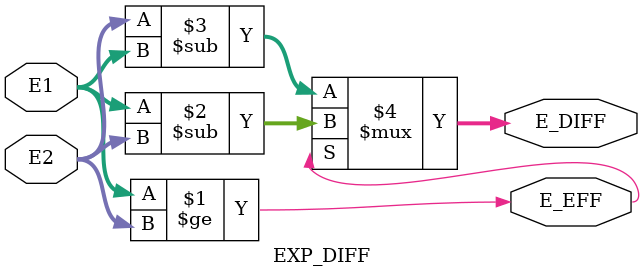
<source format=v>
module EXP_DIFF(
    input  wire [7:0] E1,
    input  wire [7:0] E2,
    output wire E_EFF,
    output wire [7:0] E_DIFF
);

assign E_EFF  = (E1>=E2);
assign E_DIFF = (E_EFF) ? (E1-E2) : (E2-E1);

endmodule
</source>
